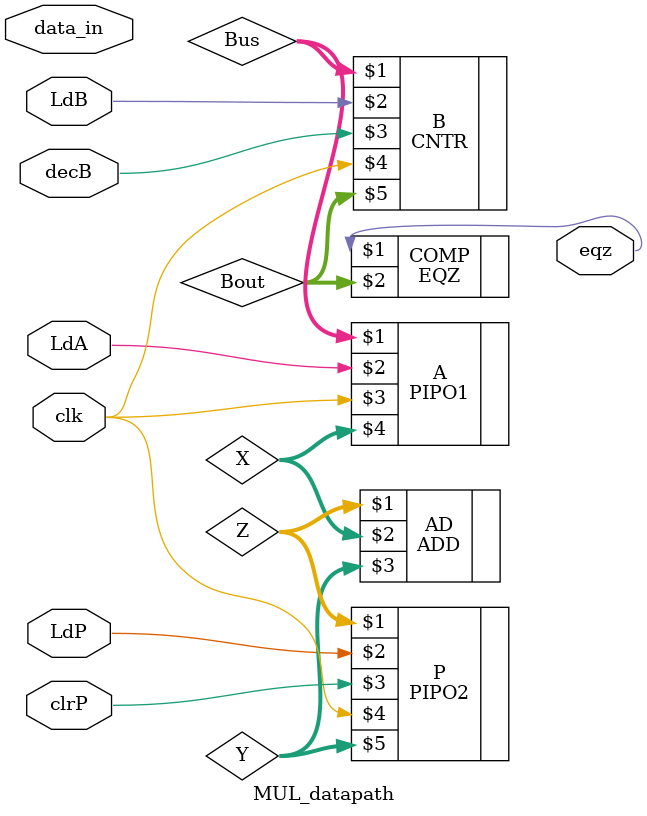
<source format=v>
`timescale 1ns / 1ps




module MUL_datapath(eqz, LdA, LdB, LdP, clrP, decB, data_in,clk);

input  LdA, LdB, LdP, clrP, decB,clk;
input [15:0] data_in;
output eqz;
wire [15:0] X,Y,Z,Bout, Bus;



PIPO1 A (Bus,LdA,clk,X);		// Register for A //
PIPO2 P (Z,LdP,clrP,clk,Y);	       // Register for P //
CNTR B(Bus,LdB,decB,clk,Bout);	     // Down counter for B //
ADD AD (Z,X,Y);			   // Adder Module //
EQZ COMP (eqz,Bout);	         // A comparator ,that checks if B = zero or not //



endmodule   
</source>
